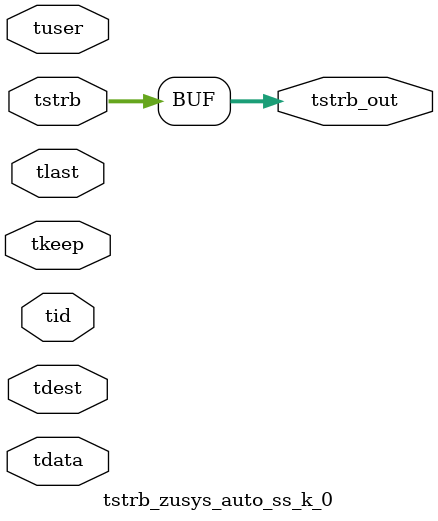
<source format=v>


`timescale 1ps/1ps

module tstrb_zusys_auto_ss_k_0 #
(
parameter C_S_AXIS_TDATA_WIDTH = 32,
parameter C_S_AXIS_TUSER_WIDTH = 0,
parameter C_S_AXIS_TID_WIDTH   = 0,
parameter C_S_AXIS_TDEST_WIDTH = 0,
parameter C_M_AXIS_TDATA_WIDTH = 32
)
(
input  [(C_S_AXIS_TDATA_WIDTH == 0 ? 1 : C_S_AXIS_TDATA_WIDTH)-1:0     ] tdata,
input  [(C_S_AXIS_TUSER_WIDTH == 0 ? 1 : C_S_AXIS_TUSER_WIDTH)-1:0     ] tuser,
input  [(C_S_AXIS_TID_WIDTH   == 0 ? 1 : C_S_AXIS_TID_WIDTH)-1:0       ] tid,
input  [(C_S_AXIS_TDEST_WIDTH == 0 ? 1 : C_S_AXIS_TDEST_WIDTH)-1:0     ] tdest,
input  [(C_S_AXIS_TDATA_WIDTH/8)-1:0 ] tkeep,
input  [(C_S_AXIS_TDATA_WIDTH/8)-1:0 ] tstrb,
input                                                                    tlast,
output [(C_M_AXIS_TDATA_WIDTH/8)-1:0 ] tstrb_out
);

assign tstrb_out = {tstrb[3:0]};

endmodule


</source>
